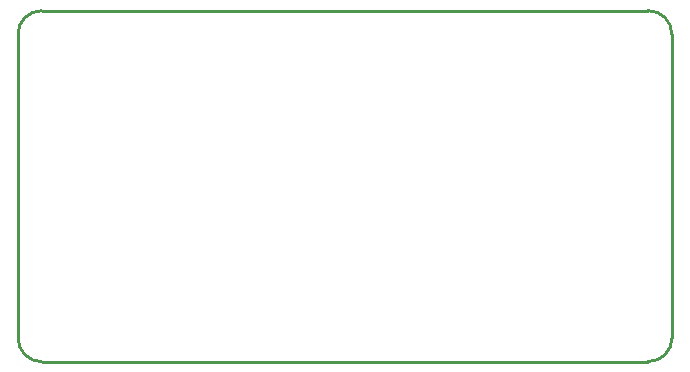
<source format=gko>
G04 Layer: BoardOutlineLayer*
G04 EasyEDA v6.5.39, 2024-01-01 10:38:23*
G04 ea5c35bb8de24b5fb85cbc62f3f06c18,0207d7639cbd4ff9ba197a67aa53e6ca,10*
G04 Gerber Generator version 0.2*
G04 Scale: 100 percent, Rotated: No, Reflected: No *
G04 Dimensions in millimeters *
G04 leading zeros omitted , absolute positions ,4 integer and 5 decimal *
%FSLAX45Y45*%
%MOMM*%

%ADD10C,0.2540*%
D10*
X1054097Y3832191D02*
G01*
X1054097Y6403987D01*
X6391287Y3632192D02*
G01*
X1254097Y3632192D01*
X6591287Y6403987D02*
G01*
X6591287Y3832191D01*
X1254097Y6603987D02*
G01*
X6391287Y6603987D01*
G75*
G01*
X6391287Y6603987D02*
G02*
X6591287Y6403987I0J-200000D01*
G75*
G01*
X6591287Y3832192D02*
G02*
X6391287Y3632193I-200000J0D01*
G75*
G01*
X1254097Y3632193D02*
G02*
X1054098Y3832192I0J199999D01*
G75*
G01*
X1054098Y6403987D02*
G02*
X1254097Y6603987I199999J0D01*

%LPD*%
M02*

</source>
